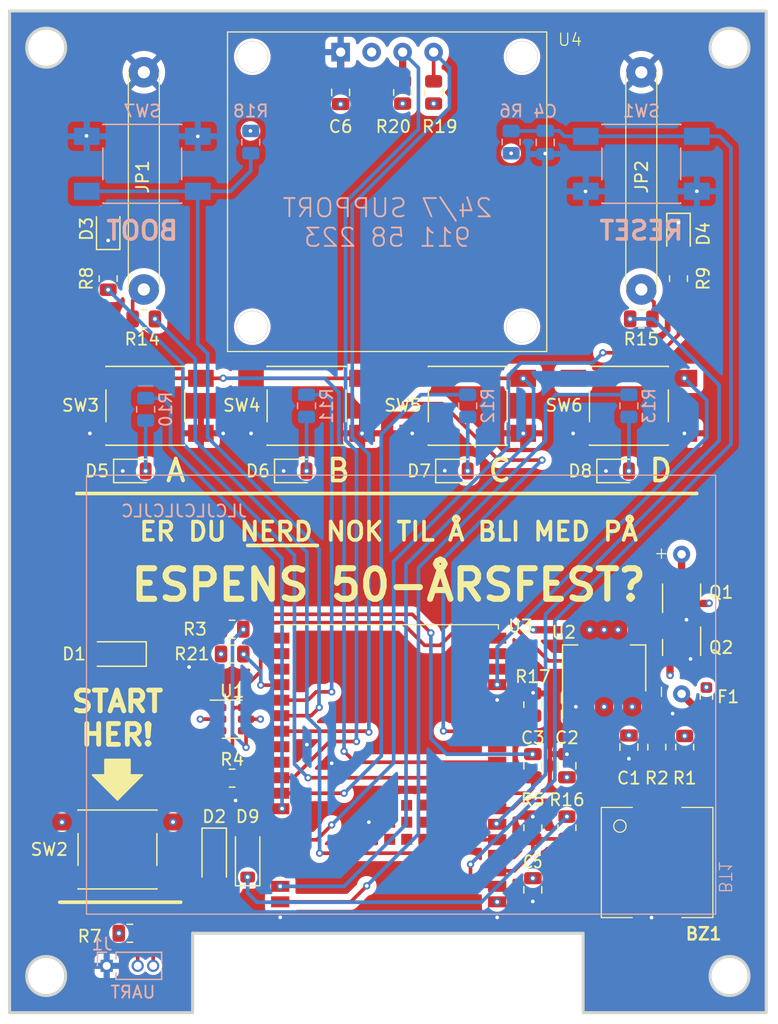
<source format=kicad_pcb>
(kicad_pcb (version 20221018) (generator pcbnew)
  (layers (0 "F.Cu" signal) (1 "In1.Cu" signal) (2 "In2.Cu" signal) (31 "B.Cu" signal) (34 "B.Paste" user) (35 "F.Paste" user) (36 "B.SilkS" user "B.Silkscreen") (37 "F.SilkS" user "F.Silkscreen") (38 "B.Mask" user) (39 "F.Mask" user) (44 "Edge.Cuts" user))
  (property "PCB_SERIAL" "Y7-3165818C")
  (net 0 "")
  (net 1 "+VDC")
  (net 2 "-VDC")
  (net 3 "Net-(BZ1--)")
  (net 4 "GND")
  (net 5 "+3.3V")
  (net 6 "Net-(BT1-+)")
  (net 7 "Net-(BT1--)")
  (net 8 "Net-(U3-IO33)")
  (net 9 "Net-(U3-EN)")
  (net 10 "Net-(D1-K)")
  (net 11 "Net-(D1-A)")
  (net 12 "Net-(D2-A)")
  (net 13 "Net-(D3-A)")
  (net 14 "Net-(D4-A)")
  (net 15 "Net-(D5-A)")
  (net 16 "Net-(D6-A)")
  (net 17 "Net-(D2-K)")
  (net 18 "Net-(D7-A)")
  (net 19 "Net-(J1-Pin_3)")
  (net 20 "Net-(J1-Pin_4)")
  (net 21 "Net-(JP1-B)")
  (net 22 "Net-(JP2-B)")
  (net 23 "Net-(D8-A)")
  (net 24 "Net-(D9-K)")
  (net 25 "Net-(Q2-G)")
  (net 26 "Net-(R2-Pad2)")
  (net 27 "Net-(R3-Pad2)")
  (net 28 "Net-(U3-I36)")
  (net 29 "Net-(U3-IO25)")
  (net 30 "Net-(U3-IO21)")
  (net 31 "Net-(U3-IO19)")
  (net 32 "Net-(U3-IO2)")
  (net 33 "Net-(U3-IO18)")
  (net 34 "Net-(U3-IO23)")
  (net 35 "Net-(U3-I34)")
  (net 36 "Net-(U3-I35)")
  (net 37 "Net-(U3-IO12)")
  (net 38 "Net-(U3-IO0)")
  (net 39 "Net-(U3-IO4)")
  (net 40 "Net-(U3-IO5)")
  (net 41 "Net-(U3-IO15)")
  (net 42 "Net-(U3-IO26)")
  (net 43 "Net-(U3-IO14)")
  (net 44 "Net-(U3-IO22)")
  (net 45 "Net-(U3-IO13)")
  (footprint "Resistor_SMD:R_0805_2012Metric" (layer "F.Cu") (at 152.4 74.93 180)
    (fp_text reference "R15")
    (fp_text value "2k4" hide)
  )
  (footprint "LED_SMD:LED_0805_2012Metric" (layer "F.Cu") (at 137.2362 87.376)
    (fp_text reference "D7")
    (fp_text value "BLUE [C]" hide)
  )
  (footprint "Resistor_SMD:R_0805_2012Metric" (layer "F.Cu") (at 111.633 74.93)
    (fp_text reference "R14")
    (fp_text value "2k4" hide)
  )
  (footprint "Resistor_SMD:R_0805_2012Metric" (layer "F.Cu") (at 146.304 116.586 90)
    (fp_text reference "R16")
    (fp_text value "560" hide)
  )
  (footprint "LED_SMD:LED_0805_2012Metric" (layer "F.Cu") (at 124.0282 87.376)
    (fp_text reference "D6")
    (fp_text value "BLUE [B]" hide)
  )
  (footprint "LED_SMD:LED_0805_2012Metric" (layer "F.Cu") (at 108.712 67.564 90)
    (fp_text reference "D3")
    (fp_text value "RED" hide)
  )
  (footprint "Display_espena:OLED_SSD1306_128x64" (layer "F.Cu") (at 127.762 53.086)
    (fp_text reference "U4")
    (fp_text value "0.96\" OLED")
    (fp_circle (center -7.239 0.381) (end -6.477 1.397) (stroke (width 0.05)) (fill none) (layer "Edge.Cuts"))
    (fp_circle (center -7.239 22.479) (end -6.477 23.495) (stroke (width 0.05)) (fill none) (layer "Edge.Cuts"))
    (fp_circle (center 14.859 0.381) (end 15.621 1.397) (stroke (width 0.05)) (fill none) (layer "Edge.Cuts"))
    (fp_circle (center 14.859 22.479) (end 15.621 23.495) (stroke (width 0.05)) (fill none) (layer "Edge.Cuts"))
  )
  (footprint "LED_SMD:LED_0805_2012Metric" (layer "F.Cu") (at 155.448 67.9685 -90)
    (fp_text reference "D4")
    (fp_text value "GREEN")
  )
  (footprint "Resistor_SMD:R_0805_2012Metric" (layer "F.Cu") (at 143.51 116.586 90)
    (fp_text reference "R5")
    (fp_text value "1k" hide)
  )
  (footprint "Resistor_SMD:R_0805_2012Metric" (layer "F.Cu") (at 155.956 109.982 90)
    (fp_text reference "R1")
    (fp_text value "1M" hide)
  )
  (footprint "Capacitor_SMD:C_0805_2012Metric" (layer "F.Cu") (at 146.304 111.506 90)
    (fp_text reference "C2")
    (fp_text value "100nF" hide)
  )
  (footprint "Fuse:Fuse_0603_1608Metric" (layer "F.Cu") (at 157.734 105.8926 90)
    (fp_text reference "F1")
    (fp_text value "2A" hide)
  )
  (footprint "RF_Module_espena:ESP32-WROVER-B" (layer "F.Cu") (at 140.589 123.921 90)
    (fp_text reference "U3")
    (fp_text value "WROVER-B/E" hide)
  )
  (footprint "Diode_SMD:D_SOD-123" (layer "F.Cu") (at 109.474 102.362 180)
    (fp_text reference "D1")
    (fp_text value "BAT54W" hide)
  )
  (footprint "LED_SMD:LED_0805_2012Metric" (layer "F.Cu") (at 110.8456 87.376)
    (fp_text reference "D5")
    (fp_text value "BLUE [A]" hide)
  )
  (footprint "Diode_SMD:D_SOD-123" (layer "F.Cu") (at 117.3988 118.9736 -90)
    (fp_text reference "D2")
    (fp_text value "BAT54W" hide)
  )
  (footprint "Transducer_espena:TP094003_Transducer_9x9mm" (layer "F.Cu") (at 153.6954 114.9223)
    (fp_text reference "BZ1")
    (fp_text value "Piezo" hide)
  )
  (footprint "Jumper_espena:Wire_Jumper_17.78mm_red" (layer "F.Cu") (at 111.633 54.737 -90)
    (fp_text reference "JP1")
    (fp_text value "RED WIRE")
  )
  (footprint "Resistor_SMD:R_0805_2012Metric" (layer "F.Cu") (at 135.382 56.388 90)
    (fp_text reference "R19")
    (fp_text value "2k4" hide)
  )
  (footprint "Resistor_SMD:R_0805_2012Metric" (layer "F.Cu") (at 110.49 125.222 180)
    (fp_text reference "R7")
    (fp_text value "10k" hide)
  )
  (footprint "Resistor_SMD:R_0805_2012Metric" (layer "F.Cu") (at 132.842 56.388 90)
    (fp_text reference "R20")
    (fp_text value "2k4" hide)
  )
  (footprint "Resistor_SMD:R_0805_2012Metric" (layer "F.Cu") (at 118.872 102.362)
    (fp_text reference "R21")
    (fp_text value "4k7" hide)
  )
  (footprint "Jumper_espena:Wire_Jumper_17.78mm_green" (layer "F.Cu") (at 152.4 54.737 -90)
    (fp_text reference "JP2")
    (fp_text value "GREEN WIRE")
  )
  (footprint "Capacitor_SMD:C_0805_2012Metric" (layer "F.Cu") (at 127.762 56.388 90)
    (fp_text reference "C6")
    (fp_text value "C_Decoupling" hide)
  )
  (footprint "Resistor_SMD:R_0805_2012Metric" (layer "F.Cu") (at 108.712 71.628 -90)
    (fp_text reference "R8")
    (fp_text value "100" hide)
  )
  (footprint "Resistor_SMD:R_0805_2012Metric" (layer "F.Cu") (at 153.67 109.982 90)
    (fp_text reference "R2")
    (fp_text value "1k" hide)
  )
  (footprint "Button_Switch_SMD_espena:SW_SPST_TL3301_6x6mm_H4.3mm" (layer "F.Cu") (at 138.176 82.042)
    (fp_text reference "SW5")
    (fp_text value "[C]" hide)
  )
  (footprint "Button_Switch_SMD_espena:SW_SPST_TL3301_6x6mm_H4.3mm" (layer "F.Cu") (at 151.384 82.042)
    (fp_text reference "SW6")
    (fp_text value "[D]" hide)
  )
  (footprint "Resistor_SMD:R_0805_2012Metric" (layer "F.Cu") (at 155.448 71.628 -90)
    (fp_text reference "R9")
    (fp_text value "100")
  )
  (footprint "Capacitor_SMD:C_0805_2012Metric" (layer "F.Cu") (at 143.51 121.666 -90)
    (fp_text reference "C5")
    (fp_text value "C_Decoupling" hide)
  )
  (footprint "Package_TO_SOT_SMD:SOT-223-3_TabPin2" (layer "F.Cu") (at 149.352 103.53 90)
    (fp_text reference "U2")
    (fp_text value "TC2117-3.3VDBTR" hide)
  )
  (footprint "Button_Switch_SMD_espena:SW_SPST_TL3301_6x6mm_H4.3mm" (layer "F.Cu") (at 109.474 118.364 180)
    (fp_text reference "SW2")
    (fp_text value "START" hide)
  )
  (footprint "Package_TO_SOT_SMD:SOT-23" (layer "F.Cu") (at 155.702 101.8286 -90)
    (fp_text reference "Q2")
    (fp_text value "BSH103BKR" hide)
  )
  (footprint "LED_SMD:LED_0805_2012Metric" (layer "F.Cu") (at 150.4442 87.376)
    (fp_text reference "D8")
    (fp_text value "BLUE [D]" hide)
  )
  (footprint "Resistor_SMD:R_0805_2012Metric" (layer "F.Cu") (at 118.872 100.33)
    (fp_text reference "R3")
    (fp_text value "10k" hide)
  )
  (footprint "Package_TO_SOT_SMD:SOT-23-6" (layer "F.Cu") (at 118.872 107.696)
    (fp_text reference "U1")
    (fp_text value "74LVC2G14" hide)
  )
  (footprint "Resistor_SMD:R_0805_2012Metric" (layer "F.Cu") (at 118.872 112.522)
    (fp_text reference "R4")
    (fp_text value "10k" hide)
  )
  (footprint "Button_Switch_SMD_espena:SW_SPST_TL3301_6x6mm_H4.3mm" (layer "F.Cu") (at 111.76 82.042)
    (fp_text reference "SW3")
    (fp_text value "[A]" hide)
  )
  (footprint "Capacitor_SMD:C_0805_2012Metric" (layer "F.Cu") (at 151.384 109.982 -90)
    (fp_text reference "C1")
    (fp_text value "100nF" hide)
  )
  (footprint "Button_Switch_SMD_espena:SW_SPST_TL3301_6x6mm_H4.3mm" (layer "F.Cu") (at 124.968 82.042)
    (fp_text reference "SW4")
    (fp_text value "[B]" hide)
  )
  (footprint "Diode_SMD:D_SOD-123" (layer "F.Cu") (at 120.142 118.9736 90)
    (fp_text reference "D9")
    (fp_text value "BAT54W" hide)
  )
  (footprint "Capacitor_SMD:C_0805_2012Metric" (layer "F.Cu") (at 143.51 111.506 -90)
    (fp_text reference "C3")
    (fp_text value "100nF" hide)
  )
  (footprint "Package_TO_SOT_SMD:SOT-23" (layer "F.Cu") (at 155.702 97.282 90)
    (fp_text reference "Q1")
    (fp_text value "BSH205G2A" hide)
  )
  (footprint "Resistor_SMD:R_0805_2012Metric" (layer "F.Cu") (at 143.51 106.5022 90)
    (fp_text reference "R17")
    (fp_text value "2k4" hide)
  )
  (footprint "Connector_PinHeader_1.27mm_espena:PinHeader_1x04_P1.27mm_Vertical_without_pin2" (layer "B.Cu") (at 108.59 127.889 -90)
    (fp_text reference "J1")
    (fp_text value "UART" hide)
  )
  (footprint "Resistor_SMD:R_0805_2012Metric" (layer "B.Cu") (at 124.968 82.042 90)
    (fp_text reference "R11")
    (fp_text value "100")
  )
  (footprint "Button_Switch_SMD_espena:SW_SPST_TL3301_6x6mm_H4.3mm" (layer "B.Cu") (at 111.506 62.23)
    (fp_text reference "SW7")
    (fp_text value "BOOT")
  )
  (footprint "Resistor_SMD:R_0805_2012Metric" (layer "B.Cu") (at 141.732 60.452 90)
    (fp_text reference "R6")
    (fp_text value "10k" hide)
  )
  (footprint "Resistor_SMD:R_0805_2012Metric" (layer "B.Cu") (at 111.782 82.332 90)
    (fp_text reference "R10")
    (fp_text value "100")
  )
  (footprint "Resistor_SMD:R_0805_2012Metric" (layer "B.Cu") (at 151.384 82.042 90)
    (fp_text reference "R13")
    (fp_text value "100")
  )
  (footprint "Button_Switch_SMD_espena:SW_SPST_TL3301_6x6mm_H4.3mm" (layer "B.Cu") (at 152.4 62.23 180)
    (fp_text reference "SW1")
    (fp_text value "RESET")
  )
  (footprint "Resistor_SMD:R_0805_2012Metric" (layer "B.Cu") (at 120.396 60.452 90)
    (fp_text reference "R18")
    (fp_text value "2k4")
  )
  (footprint "Capacitor_SMD:C_0805_2012Metric" (layer "B.Cu") (at 144.526 60.4774 -90)
    (fp_text reference "C4")
    (fp_text value "1uF" hide)
  )
  (footprint "Battery_espena:BatteryHolder_3xAAA_THT" (layer "B.Cu") (at 155.702 105.6259 90)
    (fp_text reference "BT1")
    (fp_text value "3xAAA Li")
  )
  (footprint "Resistor_SMD:R_0805_2012Metric" (layer "B.Cu") (at 138.176 82.042 90)
    (fp_text reference "R12")
    (fp_text value "100")
  )
  (gr_line (start 120.142 93.472) (end 125.857 93.472) (stroke (width 0.3)) (layer "F.SilkS"))
  (gr_line (start 106.1438 89.219) (end 156.9438 89.219) (stroke (width 0.3)) (layer "F.SilkS"))
  (gr_poly (pts (xy 109.474 114.3) (xy 107.442 112.268) (xy 108.458 112.268) (xy 108.458 110.998) (xy 110.49 110.998) (xy 110.49 112.268) (xy 111.506 112.268)) (stroke (width 0.15)) (fill solid) (layer "F.SilkS"))
  (gr_line (start 104.7468 122.682) (end 114.6528 122.682) (stroke (width 0.3)) (layer "F.SilkS"))
  (gr_line (start 162.632 49.722) (end 162.632 131.722) (stroke (width 0.25)) (layer "Edge.Cuts"))
  (gr_circle (center 103.632 52.722) (end 105.232 52.722) (stroke (width 0.25)) (fill none) (layer "Edge.Cuts"))
  (gr_circle (center 103.632 128.722) (end 105.232 128.722) (stroke (width 0.25)) (fill none) (layer "Edge.Cuts"))
  (gr_circle (center 159.632 52.722) (end 161.232 52.722) (stroke (width 0.25)) (fill none) (layer "Edge.Cuts"))
  (gr_line (start 147.632 125.222) (end 115.632 125.222) (stroke (width 0.25)) (layer "Edge.Cuts"))
  (gr_line (start 115.632 125.222) (end 115.632 131.722) (stroke (width 0.25)) (layer "Edge.Cuts"))
  (gr_line (start 100.632 49.722) (end 162.632 49.722) (stroke (width 0.25)) (layer "Edge.Cuts"))
  (gr_circle (center 159.632 128.722) (end 161.232 128.722) (stroke (width 0.25)) (fill none) (layer "Edge.Cuts"))
  (gr_line (start 147.632 131.722) (end 147.632 125.222) (stroke (width 0.25)) (layer "Edge.Cuts"))
  (gr_line (start 100.632 131.722) (end 100.632 49.722) (stroke (width 0.25)) (layer "Edge.Cuts"))
  (gr_line (start 115.632 131.722) (end 100.632 131.722) (stroke (width 0.25)) (layer "Edge.Cuts"))
  (gr_line (start 162.632 131.722) (end 147.632 131.722) (stroke (width 0.25)) (layer "Edge.Cuts"))
  (gr_text "BOOT" (at 111.506 68.58) (layer "B.SilkS") (effects (font (size 1.5 1.5) (thickness 0.3) bold) (justify bottom mirror)))
  (gr_text "24/7 SUPPORT\n911 58 223" (at 131.5974 69.1388) (layer "B.SilkS") (effects (font (size 1.5 1.5)) (justify bottom mirror)))
  (gr_text "JLCJLCJLCJLC" (at 120.1674 91.2368) (layer "B.SilkS") (effects (font (size 1 1)) (justify left bottom mirror)))
  (gr_text "RESET" (at 152.4 68.58) (layer "B.SilkS") (effects (font (size 1.5 1.5) (thickness 0.3) bold) (justify bottom mirror)))
  (gr_text "ESPENS 50-ÅRSFEST?" (at 131.699 98.171) (layer "F.SilkS") (effects (font (size 2.5 2.5) (thickness 0.5)) (justify bottom)))
  (gr_text "D" (at 152.908 88.392) (layer "F.SilkS") (effects (font (size 1.8 1.8) (thickness 0.3) bold) (justify left bottom)))
  (gr_text "B" (at 126.492 88.392) (layer "F.SilkS") (effects (font (size 1.8 1.8) (thickness 0.3) bold) (justify left bottom)))
  (gr_text "C" (at 139.7 88.392) (layer "F.SilkS") (effects (font (size 1.8 1.8) (thickness 0.3) bold) (justify left bottom)))
  (gr_text "ER DU NERD NOK TIL Å BLI MED PÅ" (at 131.699 93.218) (layer "F.SilkS") (effects (font (size 1.5 1.5) (thickness 0.3) bold) (justify bottom)))
  (gr_text "A" (at 113.284 88.392) (layer "F.SilkS") (effects (font (size 1.8 1.8) (thickness 0.3) bold) (justify left bottom)))
  (gr_text "START\nHER!" (at 109.474 109.982) (layer "F.SilkS") (effects (font (size 1.7 1.7) (thickness 0.4) bold) (justify bottom)))
  (segment (start 157.9626 98.1964) (end 157.9395 98.2195) (width 0.3) (layer "F.Cu") (net 1))
  (segment (start 157.9395 98.2195) (end 156.652 98.2195) (width 0.6) (layer "F.Cu") (net 1))
  (segment (start 120.0095 107.696) (end 121.1834 107.696) (width 0.3) (layer "F.Cu") (net 1))
  (via (at 157.9626 98.1964) (size 0.6) (drill 0.3) (layers "F.Cu" "B.Cu") (net 1))
  (via (at 114.024 116.114) (size 0.6) (drill 0.3) (layers "F.Cu" "B.Cu") (net 1))
  (via (at 104.9274 116.1288) (size 0.6) (drill 0.3) (layers "F.Cu" "B.Cu") (net 1))
  (via (at 151.652 106.68) (size 0.6) (drill 0.3) (layers "F.Cu" "B.Cu") (net 1))
  (via (at 121.1834 107.696) (size 0.6) (drill 0.3) (layers "F.Cu" "B.Cu") (net 1))
  (via (at 151.384 109.0168) (size 0.6) (drill 0.3) (layers "F.Cu" "B.Cu") (net 1))
  (segment (start 117.7345 107.696) (end 116.2558 107.696) (width 0.3) (layer "F.Cu") (net 2))
  (segment (start 154.752 100.8911) (end 154.752 104.1044) (width 0.6) (layer "F.Cu") (net 2))
  (segment (start 154.752 100.8911) (end 154.752 98.2195) (width 0.6) (layer "F.Cu") (net 2))
  (segment (start 154.752 104.1044) (end 154.7622 104.1146) (width 0.6) (layer "F.Cu") (net 2))
  (via (at 155.956 109.0695) (size 0.6) (drill 0.3) (layers "F.Cu" "B.Cu") (net 2))
  (via (at 154.7622 104.1146) (size 0.6) (drill 0.3) (layers "F.Cu" "B.Cu") (net 2))
  (via (at 116.2558 107.696) (size 0.6) (drill 0.3) (layers "F.Cu" "B.Cu") (net 2))
  (via (at 157.734 105.0798) (size 0.6) (drill 0.3) (layers "F.Cu" "B.Cu") (net 2))
  (segment (start 151.0665 114.9223) (end 153.6954 114.9223) (width 0.3) (layer "F.Cu") (net 3))
  (segment (start 141.8392 115.031) (end 142.5194 114.3508) (width 0.3) (layer "F.Cu") (net 3))
  (segment (start 140.589 115.031) (end 141.8392 115.031) (width 0.3) (layer "F.Cu") (net 3))
  (segment (start 142.5194 114.3508) (end 150.495 114.3508) (width 0.3) (layer "F.Cu") (net 3))
  (segment (start 150.495 114.3508) (end 151.0665 114.9223) (width 0.3) (layer "F.Cu") (net 3))
  (segment (start 155.7043 102.7684) (end 155.702 102.7661) (width 0.6) (layer "F.Cu") (net 4))
  (segment (start 156.4386 102.7684) (end 155.7043 102.7684) (width 0.6) (layer "F.Cu") (net 4))
  (segment (start 155.702 99.953183) (end 156.099883 99.5553) (width 0.6) (layer "F.Cu") (net 4))
  (segment (start 116.31 84.292) (end 118.1248 84.292) (width 0.3) (layer "F.Cu") (net 4))
  (segment (start 155.702 102.7661) (end 155.702 99.953183) (width 0.6) (layer "F.Cu") (net 4))
  (segment (start 127.762 53.086) (end 127.762 55.438) (width 0.6) (layer "F.Cu") (net 4))
  (segment (start 118.1248 84.292) (end 118.1354 84.3026) (width 0.3) (layer "F.Cu") (net 4))
  (via (at 123.0884 87.376) (size 0.6) (drill 0.3) (layers "F.Cu" "B.Cu") (net 4))
  (via (at 140.589 106.1212) (size 0.6) (drill 0.3) (layers "F.Cu" "B.Cu") (net 4))
  (via (at 156.4386 102.7684) (size 0.6) (drill 0.3) (layers "F.Cu" "B.Cu") (net 4))
  (via (at 155.9306 84.3026) (size 0.6) (drill 0.3) (layers "F.Cu" "B.Cu") (net 4))
  (via (at 130.0734 116.1288) (size 0.6) (drill 0.3) (layers "F.Cu" "B.Cu") (net 4))
  (via (at 153.2382 123.9393) (size 0.6) (drill 0.3) (layers "F.Cu" "B.Cu") (net 4))
  (via (at 147.828 64.4906) (size 0.6) (drill 0.3) (layers "F.Cu" "B.Cu") (net 4))
  (via (at 144.526 61.3918) (size 0.6) (drill 0.3) (layers "F.Cu" "B.Cu") (net 4))
  (via (at 149.5044 87.376) (size 0.6) (drill 0.3) (layers "F.Cu" "B.Cu") (net 4))
  (via (at 143.5354 105.537) (size 0.6) (drill 0.3) (layers "F.Cu" "B.Cu") (net 4))
  (via (at 140.589 123.9266) (size 0.6) (drill 0.3) (layers "F.Cu" "B.Cu") (net 4))
  (via (at 147.0406 106.68) (size 0.6) (drill 0.3) (layers "F.Cu" "B.Cu") (net 4))
  (via (at 133.6294 84.3026) (size 0.6) (drill 0.3) (layers "F.Cu" "B.Cu") (net 4))
  (via (at 143.51 115.6735) (size 0.6) (drill 0.3) (layers "F.Cu" "B.Cu") (net 4))
  (via (at 151.384 110.932) (size 0.6) (drill 0.3) (layers "F.Cu" "B.Cu") (net 4))
  (via (at 129.5146 84.3026) (size 0.6) (drill 0.3) (layers "F.Cu" "B.Cu") (net 4))
  (via (at 136.2964 87.3506) (size 0.6) (drill 0.3) (layers "F.Cu" "B.Cu") (net 4))
  (via (at 106.934 59.944) (size 0.6) (drill 0.3) (layers "F.Cu" "B.Cu") (net 4))
  (via (at 120.4214 84.3026) (size 0.6) (drill 0.3) (layers "F.Cu" "B.Cu") (net 4))
  (via (at 154.9654 107.2388) (size 0.6) (drill 0.3) (layers "F.Cu" "B.Cu") (net 4))
  (via (at 119.1514 114.3508) (size 0.6) (drill 0.3) (layers "F.Cu" "B.Cu") (net 4))
  (via (at 108.712 68.5015) (size 0.6) (drill 0.3) (layers "F.Cu" "B.Cu") (net 4))
  (via (at 116.056 59.98) (size 0.6) (drill 0.3) (layers "F.Cu" "B.Cu") (net 4))
  (via (at 156.099883 99.5553) (size 0.6) (drill 0.3) (layers "F.Cu" "B.Cu") (net 4))
  (via (at 143.51 122.616) (size 0.6) (drill 0.3) (layers "F.Cu" "B.Cu") (net 4))
  (via (at 127.0254 111.3028) (size 0.6) (drill 0.3) (layers "F.Cu" "B.Cu") (net 4))
  (via (at 115.3414 103.4288) (size 0.6) (drill 0.3) (layers "F.Cu" "B.Cu") (net 4))
  (via (at 109.9058 87.376) (size 0.6) (drill 0.3) (layers "F.Cu" "B.Cu") (net 4))
  (via (at 146.304 110.5662) (size 0.6) (drill 0.3) (layers "F.Cu" "B.Cu") (net 4))
  (via (at 156.95 64.48) (size 0.6) (drill 0.3) (layers "F.Cu" "B.Cu") (net 4))
  (via (at 107.2134 84.3026) (size 0.6) (drill 0.3) (layers "F.Cu" "B.Cu") (net 4))
  (via (at 122.809 123.921) (size 0.6) (drill 0.3) (layers "F.Cu" "B.Cu") (net 4))
  (via (at 155.448 67.0306) (size 0.6) (drill 0.3) (layers "F.Cu" "B.Cu") (net 4))
  (via (at 118.1354 84.3026) (size 0.6) (drill 0.3) (layers "F.Cu" "B.Cu") (net 4))
  (via (at 142.7226 84.3026) (size 0.6) (drill 0.3) (layers "F.Cu" "B.Cu") (net 4))
  (via (at 146.812 84.3026) (size 0.6) (drill 0.3) (layers "F.Cu" "B.Cu") (net 4))
  (via (at 124.9934 109.7788) (size 0.6) (drill 0.3) (layers "F.Cu" "B.Cu") (net 4))
  (segment (start 143.5362 100.38) (end 143.5354 100.3808) (width 0.6) (layer "F.Cu") (net 5))
  (segment (start 149.352 100.38) (end 143.5362 100.38) (width 0.6) (layer "F.Cu") (net 5))
  (via (at 149.352 100.38) (size 0.6) (drill 0.3) (layers "F.Cu" "B.Cu") (net 5))
  (via (at 143.51 120.716) (size 0.6) (drill 0.3) (layers "F.Cu" "B.Cu") (net 5))
  (via (at 117.9595 102.362) (size 0.6) (drill 0.3) (layers "F.Cu" "B.Cu") (net 5))
  (via (at 148.1836 100.3808) (size 0.6) (drill 0.3) (layers "F.Cu" "B.Cu") (net 5))
  (via (at 127.762 57.3532) (size 0.6) (drill 0.3) (layers "F.Cu" "B.Cu") (net 5))
  (via (at 146.304 112.456) (size 0.6) (drill 0.3) (layers "F.Cu" "B.Cu") (net 5))
  (via (at 132.842 57.3005) (size 0.6) (drill 0.3) (layers "F.Cu" "B.Cu") (net 5))
  (via (at 109.5895 125.222) (size 0.6) (drill 0.3) (layers "F.Cu" "B.Cu") (net 5))
  (via (at 141.732 61.3664) (size 0.6) (drill 0.3) (layers "F.Cu" "B.Cu") (net 5))
  (via (at 150.495 100.3808) (size 0.6) (drill 0.3) (layers "F.Cu" "B.Cu") (net 5))
  (via (at 120.3706 59.5376) (size 0.6) (drill 0.3) (layers "F.Cu" "B.Cu") (net 5))
  (via (at 143.5354 100.3808) (size 0.6) (drill 0.3) (layers "F.Cu" "B.Cu") (net 5))
  (via (at 140.589 122.6566) (size 0.6) (drill 0.3) (layers "F.Cu" "B.Cu") (net 5))
  (via (at 135.382 57.3005) (size 0.6) (drill 0.3) (layers "F.Cu" "B.Cu") (net 5))
  (via (at 149.352 106.68) (size 0.6) (drill 0.3) (layers "F.Cu" "B.Cu") (net 5))
  (segment (start 155.702 96.3445) (end 155.702 94.1959) (width 0.6) (layer "F.Cu") (net 6))
  (segment (start 157.734 106.6801) (end 156.7562 106.6801) (width 0.6) (layer "F.Cu") (net 7))
  (segment (start 156.7562 106.6801) (end 155.702 105.6259) (width 0.6) (layer "F.Cu") (net 7))
  (segment (start 143.51 113.3602) (end 143.51 112.456) (width 0.3) (layer "F.Cu") (net 8))
  (segment (start 140.589 113.761) (end 143.1092 113.761) (width 0.3) (layer "F.Cu") (net 8))
  (segment (start 143.1092 113.761) (end 143.51 113.3602) (width 0.3) (layer "F.Cu") (net 8))
  (segment (start 138.4046 120.7262) (end 139.0594 121.381) (width 0.3) (layer "F.Cu") (net 9))
  (segment (start 139.0594 121.381) (end 140.589 121.381) (width 0.3) (layer "F.Cu") (net 9))
  (segment (start 138.4046 119.577524) (end 138.4046 120.7262) (width 0.3) (layer "F.Cu") (net 9))
  (via (at 138.4046 119.577524) (size 0.6) (drill 0.3) (layers "F.Cu" "B.Cu") (net 9))
  (segment (start 145.3134 99.6188) (end 159.7406 85.1916) (width 0.3) (layer "B.Cu") (net 9))
  (segment (start 144.5139 59.5395) (end 144.526 59.5274) (width 0.3) (layer "B.Cu") (net 9))
  (segment (start 159.7406 85.1916) (end 159.7406 60.9092) (width 0.3) (layer "B.Cu") (net 9))
  (segment (start 144.526 59.5274) (end 145.6588 59.5274) (width 0.3) (layer "B.Cu") (net 9))
  (segment (start 145.3134 112.668724) (end 145.3134 99.6188) (width 0.3) (layer "B.Cu") (net 9))
  (segment (start 158.8114 59.98) (end 156.95 59.98) (width 0.3) (layer "B.Cu") (net 9))
  (segment (start 138.4046 119.577524) (end 145.3134 112.668724) (width 0.3) (layer "B.Cu") (net 9))
  (segment (start 147.85 59.98) (end 156.95 59.98) (width 0.3) (layer "B.Cu") (net 9))
  (segment (start 159.7406 60.9092) (end 158.8114 59.98) (width 0.3) (layer "B.Cu") (net 9))
  (segment (start 146.1114 59.98) (end 147.85 59.98) (width 0.3) (layer "B.Cu") (net 9))
  (segment (start 145.6588 59.5274) (end 146.1114 59.98) (width 0.3) (layer "B.Cu") (net 9))
  (segment (start 141.732 59.5395) (end 144.5139 59.5395) (width 0.3) (layer "B.Cu") (net 9))
  (segment (start 114.8588 100.33) (end 117.9595 100.33) (width 0.3) (layer "F.Cu") (net 10))
  (segment (start 111.124 103.9358) (end 111.124 102.362) (width 0.3) (layer "F.Cu") (net 10))
  (segment (start 116.459 104.648) (end 111.8362 104.648) (width 0.3) (layer "F.Cu") (net 10))
  (segment (start 117.7345 106.746) (end 117.7345 105.9235) (width 0.3) (layer "F.Cu") (net 10))
  (segment (start 117.7345 105.9235) (end 116.459 104.648) (width 0.3) (layer "F.Cu") (net 10))
  (segment (start 112.8268 102.362) (end 114.8588 100.33) (width 0.3) (layer "F.Cu") (net 10))
  (segment (start 111.124 102.362) (end 112.8268 102.362) (width 0.3) (layer "F.Cu") (net 10))
  (segment (start 111.8362 104.648) (end 111.124 103.9358) (width 0.3) (layer "F.Cu") (net 10))
  (segment (start 133.6294 99.1108) (end 115.0366 99.1108) (width 0.3) (layer "F.Cu") (net 11))
  (segment (start 113.3094 100.838) (end 109.348 100.838) (width 0.3) (layer "F.Cu") (net 11))
  (segment (start 109.348 100.838) (end 107.824 102.362) (width 0.3) (layer "F.Cu") (net 11))
  (segment (start 135.1534 100.6348) (end 133.6294 99.1108) (width 0.3) (layer "F.Cu") (net 11))
  (segment (start 115.0366 99.1108) (end 113.3094 100.838) (width 0.3) (layer "F.Cu") (net 11))
  (via (at 135.1534 100.6348) (size 0.6) (drill 0.3) (layers "F.Cu" "B.Cu") (net 11))
  (via (at 143.4846 110.5662) (size 0.6) (drill 0.3) (layers "F.Cu" "B.Cu") (net 11))
  (segment (start 136.4488 110.5662) (end 143.4846 110.5662) (width 0.3) (layer "B.Cu") (net 11))
  (segment (start 135.1534 100.6348) (end 135.1534 109.2708) (width 0.3) (layer "B.Cu") (net 11))
  (segment (start 135.1534 109.2708) (end 136.4488 110.5662) (width 0.3) (layer "B.Cu") (net 11))
  (segment (start 104.924 120.614) (end 114.024 120.614) (width 0.3) (layer "F.Cu") (net 12))
  (segment (start 114.024 120.614) (end 117.3892 120.614) (width 0.3) (layer "F.Cu") (net 12))
  (segment (start 119.3048 118.1608) (end 120.142 117.3236) (width 0.3) (layer "F.Cu") (net 12))
  (segment (start 118.8974 118.1608) (end 119.3048 118.1608) (width 0.3) (layer "F.Cu") (net 12))
  (segment (start 117.3988 120.6236) (end 117.3988 119.6594) (width 0.3) (layer "F.Cu") (net 12))
  (segment (start 117.3988 119.6594) (end 118.8974 118.1608) (width 0.3) (layer "F.Cu") (net 12))
  (segment (start 117.3892 120.614) (end 117.3988 120.6236) (width 0.3) (layer "F.Cu") (net 12))
  (segment (start 109.7515 70.7155) (end 108.712 70.7155) (width 0.3) (layer "F.Cu") (net 13))
  (segment (start 110.2614 67.056) (end 110.2614 70.2056) (width 0.3) (layer "F.Cu") (net 13))
  (segment (start 108.712 66.6265) (end 109.8319 66.6265) (width 0.3) (layer "F.Cu") (net 13))
  (segment (start 110.2614 70.2056) (end 109.7515 70.7155) (width 0.3) (layer "F.Cu") (net 13))
  (segment (start 109.8319 66.6265) (end 110.2614 67.056) (width 0.3) (layer "F.Cu") (net 13))
  (segment (start 155.448 70.7155) (end 155.448 68.906) (width 0.3) (layer "F.Cu") (net 14))
  (via (at 111.7831 87.376) (size 0.6) (drill 0.3) (layers "F.Cu" "B.Cu") (net 15))
  (segment (start 111.782 87.3749) (end 111.7831 87.376) (width 0.3) (layer "B.Cu") (net 15))
  (segment (start 111.782 83.2445) (end 111.782 87.3749) (width 0.3) (layer "B.Cu") (net 15))
  (via (at 124.968 87.376) (size 0.6) (drill 0.3) (layers "F.Cu" "B.Cu") (net 16))
  (segment (start 124.968 82.9545) (end 124.968 87.376) (width 0.3) (layer "B.Cu") (net 16))
  (segment (start 117.3988 114.7572) (end 117.9576 114.1984) (width 0.3) (layer "F.Cu") (net 17))
  (segment (start 117.7345 110.6479) (end 117.7345 108.646) (width 0.3) (layer "F.Cu") (net 17))
  (segment (start 117.9595 110.8729) (end 117.7345 110.6479) (width 0.3) (layer "F.Cu") (net 17))
  (segment (start 117.9595 112.522) (end 117.9595 110.8729) (width 0.3) (layer "F.Cu") (net 17))
  (segment (start 117.9576 114.1984) (end 117.9576 112.5239) (width 0.3) (layer "F.Cu") (net 17))
  (segment (start 117.3988 114.7572) (end 117.3988 117.3236) (width 0.3) (layer "F.Cu") (net 17))
  (segment (start 117.9576 112.5239) (end 117.9595 112.522) (width 0.3) (layer "F.Cu") (net 17))
  (via (at 138.1737 87.376) (size 0.6) (drill 0.3) (layers "F.Cu" "B.Cu") (net 18))
  (segment (start 138.176 82.9545) (end 138.176 87.3737) (width 0.3) (layer "B.Cu") (net 18))
  (segment (start 138.176 87.3737) (end 138.1737 87.376) (width 0.6) (layer "B.Cu") (net 18))
  (segment (start 108.2294 124.5108) (end 108.2294 126.0348) (width 0.3) (layer "F.Cu") (net 19))
  (segment (start 118.492 119.414728) (end 118.492 121.197472) (width 0.3) (layer "F.Cu") (net 19))
  (segment (start 111.13 127.1066) (end 111.13 127.889) (width 0.3) (layer "F.Cu") (net 19))
  (segment (start 111.887782 122.0812) (end 110.220182 123.7488) (width 0.3) (layer "F.Cu") (net 19))
  (segment (start 110.5662 126.5428) (end 111.13 127.1066) (width 0.3) (layer "F.Cu") (net 19))
  (segment (start 108.2294 126.0348) (end 108.7374 126.5428) (width 0.3) (layer "F.Cu") (net 19))
  (segment (start 110.220182 123.7488) (end 108.9914 123.7488) (width 0.3) (layer "F.Cu") (net 19))
  (segment (start 118.492 121.197472) (end 117.608272 122.0812) (width 0.3) (layer "F.Cu") (net 19))
  (segment (start 108.9914 123.7488) (end 108.2294 124.5108) (width 0.3) (layer "F.Cu") (net 19))
  (segment (start 108.7374 126.5428) (end 110.5662 126.5428) (width 0.3) (layer "F.Cu") (net 19))
  (segment (start 119.065728 118.841) (end 118.492 119.414728) (width 0.3) (layer "F.Cu") (net 19))
  (segment (start 122.809 118.841) (end 119.065728 118.841) (width 0.3) (layer "F.Cu") (net 19))
  (segment (start 117.608272 122.0812) (end 111.887782 122.0812) (width 0.3) (layer "F.Cu") (net 19))
  (segment (start 111.4025 125.222) (end 111.4025 123.3443) (width 0.3) (layer "F.Cu") (net 20))
  (segment (start 119.092 121.446) (end 119.092 119.663256) (width 0.3) (layer "F.Cu") (net 20))
  (segment (start 111.4025 126.1091) (end 112.4 127.1066) (width 0.3) (layer "F.Cu") (net 20))
  (segment (start 111.4025 123.3443) (end 112.1156 122.6312) (width 0.3) (layer "F.Cu") (net 20))
  (segment (start 119.314256 119.441) (end 120.965 119.441) (width 0.3) (layer "F.Cu") (net 20))
  (segment (start 121.635 120.111) (end 122.809 120.111) (width 0.3) (layer "F.Cu") (net 20))
  (segment (start 111.4025 125.222) (end 111.4025 126.1091) (width 0.3) (layer "F.Cu") (net 20))
  (segment (start 112.4 127.1066) (end 112.4 127.889) (width 0.3) (layer "F.Cu") (net 20))
  (segment (start 112.1156 122.6312) (end 117.9068 122.6312) (width 0.3) (layer "F.Cu") (net 20))
  (segment (start 120.965 119.441) (end 121.635 120.111) (width 0.3) (layer "F.Cu") (net 20))
  (segment (start 117.9068 122.6312) (end 119.092 121.446) (width 0.3) (layer "F.Cu") (net 20))
  (segment (start 119.092 119.663256) (end 119.314256 119.441) (width 0.3) (layer "F.Cu") (net 20))
  (segment (start 110.7205 74.93) (end 110.7205 73.4295) (width 0.3) (layer "F.Cu") (net 21))
  (segment (start 110.7205 73.4295) (end 111.633 72.517) (width 0.3) (layer "F.Cu") (net 21))
  (segment (start 153.4414 74.8011) (end 153.4414 73.5584) (width 0.3) (layer "F.Cu") (net 22))
  (segment (start 153.3125 74.93) (end 153.4414 74.8011) (width 0.3) (layer "F.Cu") (net 22))
  (segment (start 153.4414 73.5584) (end 152.4 72.517) (width 0.3) (layer "F.Cu") (net 22))
  (via (at 151.3817 87.376) (size 0.6) (drill 0.3) (layers "F.Cu" "B.Cu") (net 23))
  (segment (start 151.384 82.9545) (end 151.384 87.3737) (width 0.3) (layer "B.Cu") (net 23))
  (segment (start 151.384 87.3737) (end 151.3817 87.376) (width 0.6) (layer "B.Cu") (net 23))
  (via (at 146.304 115.6735) (size 0.6) (drill 0.3) (layers "F.Cu" "B.Cu") (net 24))
  (via (at 120.142 120.6236) (size 0.6) (drill 0.3) (layers "F.Cu" "B.Cu") (net 24))
  (segment (start 139.2936 122.682) (end 146.3021 115.6735) (width 0.3) (layer "B.Cu") (net 24))
  (segment (start 120.904 122.682) (end 139.2936 122.682) (width 0.3) (layer "B.Cu") (net 24))
  (segment (start 120.142 120.6236) (end 120.142 121.92) (width 0.3) (layer "B.Cu") (net 24))
  (segment (start 120.142 121.92) (end 120.904 122.682) (width 0.3) (layer "B.Cu") (net 24))
  (segment (start 146.3021 115.6735) (end 146.304 115.6735) (width 0.3) (layer "B.Cu") (net 24))
  (segment (start 158.1427 100.8911) (end 156.652 100.8911) (width 0.3) (layer "F.Cu") (net 25))
  (segment (start 158.659 110.3778) (end 158.659 101.4074) (width 0.3) (layer "F.Cu") (net 25))
  (segment (start 153.67 110.8945) (end 155.956 110.8945) (width 0.3) (layer "F.Cu") (net 25))
  (segment (start 158.659 101.4074) (end 158.1427 100.8911) (width 0.3) (layer "F.Cu") (net 25))
  (segment (start 158.1423 110.8945) (end 158.659 110.3778) (width 0.3) (layer "F.Cu") (net 25))
  (segment (start 155.956 110.8945) (end 158.1423 110.8945) (width 0.3) (layer "F.Cu") (net 25))
  (segment (start 144.8054 102.9208) (end 151.13 102.9208) (width 0.3) (layer "F.Cu") (net 26))
  (segment (start 119.7845 111.0977) (end 118.897 110.2102) (width 0.3) (layer "F.Cu") (net 26))
  (segment (start 121.2088 100.3554) (end 121.7676 99.7966) (width 0.3) (layer "F.Cu") (net 26))
  (segment (start 137.7696 99.7966) (end 141.6812 99.7966) (width 0.3) (layer "F.Cu") (net 26))
  (segment (start 119.0854 106.746) (end 120.0095 106.746) (width 0.3) (layer "F.Cu") (net 26))
  (segment (start 141.6812 99.7966) (end 144.8054 102.9208) (width 0.3) (layer "F.Cu") (net 26))
  (segment (start 118.897 110.2102) (end 118.897 106.9344) (width 0.3) (layer "F.Cu") (net 26))
  (segment (start 120.0095 104.9837) (end 121.2088 103.7844) (width 0.3) (layer "F.Cu") (net 26))
  (segment (start 134.6454 101.6508) (end 135.9154 101.6508) (width 0.3) (layer "F.Cu") (net 26))
  (segment (start 135.9154 101.6508) (end 137.7696 99.7966) (width 0.3) (layer "F.Cu") (net 26))
  (segment (start 121.7676 99.7966) (end 132.7912 99.7966) (width 0.3) (layer "F.Cu") (net 26))
  (segment (start 153.67 105.4608) (end 153.67 109.0695) (width 0.3) (layer "F.Cu") (net 26))
  (segment (start 118.897 106.9344) (end 119.0854 106.746) (width 0.3) (layer "F.Cu") (net 26))
  (segment (start 119.7845 112.522) (end 119.7845 111.0977) (width 0.3) (layer "F.Cu") (net 26))
  (segment (start 120.0095 106.746) (end 120.0095 104.9837) (width 0.3) (layer "F.Cu") (net 26))
  (segment (start 132.7912 99.7966) (end 134.6454 101.6508) (width 0.3) (layer "F.Cu") (net 26))
  (segment (start 121.2088 103.7844) (end 121.2088 100.3554) (width 0.3) (layer "F.Cu") (net 26))
  (segment (start 151.13 102.9208) (end 153.67 105.4608) (width 0.3) (layer "F.Cu") (net 26))
  (segment (start 120.0095 110.0074) (end 120.0095 108.646) (width 0.3) (layer "F.Cu") (net 27))
  (via (at 120.0095 110.0074) (size 0.6) (drill 0.3) (layers "F.Cu" "B.Cu") (net 27))
  (via (at 119.7864 100.3554) (size 0.6) (drill 0.3) (layers "F.Cu" "B.Cu") (net 27))
  (segment (start 118.8974 101.2444) (end 119.7864 100.3554) (width 0.3) (layer "B.Cu") (net 27))
  (segment (start 120.0095 110.0019) (end 118.8974 108.8898) (width 0.3) (layer "B.Cu") (net 27))
  (segment (start 120.0095 110.0074) (end 120.0095 110.0019) (width 0.3) (layer "B.Cu") (net 27))
  (segment (start 118.8974 108.8898) (end 118.8974 101.2444) (width 0.3) (layer "B.Cu") (net 27))
  (segment (start 141.9916 120.111) (end 143.51 118.5926) (width 0.3) (layer "F.Cu") (net 28))
  (segment (start 140.589 120.111) (end 141.9916 120.111) (width 0.3) (layer "F.Cu") (net 28))
  (segment (start 143.51 117.4985) (end 146.304 117.4985) (width 0.3) (layer "F.Cu") (net 28))
  (segment (start 143.51 118.5926) (end 143.51 117.4985) (width 0.3) (layer "F.Cu") (net 28))
  (segment (start 140.589 112.491) (end 125.1006 112.491) (width 0.3) (layer "F.Cu") (net 29))
  (segment (start 125.1006 112.491) (end 125.095 112.4966) (width 0.3) (layer "F.Cu") (net 29))
  (via (at 108.712 72.5424) (size 0.6) (drill 0.3) (layers "F.Cu" "B.Cu") (net 29))
  (via (at 125.095 112.4966) (size 0.6) (drill 0.3) (layers "F.Cu" "B.Cu") (net 29))
  (segment (start 123.9774 94.2848) (end 114.8334 85.1408) (width 0.3) (layer "B.Cu") (net 29))
  (segment (start 125.095 112.4966) (end 123.9774 111.379) (width 0.3) (layer "B.Cu") (net 29))
  (segment (start 123.9774 111.379) (end 123.9774 94.2848) (width 0.3) (layer "B.Cu") (net 29))
  (segment (start 114.8334 78.6638) (end 108.712 72.5424) (width 0.3) (layer "B.Cu") (net 29))
  (segment (start 114.8334 85.1408) (end 114.8334 78.6638) (width 0.3) (layer "B.Cu") (net 29))
  (segment (start 155.448 72.5405) (end 155.448 76.2254) (width 0.3) (layer "F.Cu") (net 30))
  (segment (start 125.8118 117.571) (end 122.809 117.571) (width 0.3) (layer "F.Cu") (net 30))
  (segment (start 155.448 76.2254) (end 153.9748 77.6986) (width 0.3) (layer "F.Cu") (net 30))
  (segment (start 153.9748 77.6986) (end 149.2504 77.6986) (width 0.3) (layer "F.Cu") (net 30))
  (segment (start 127.0254 116.3574) (end 125.8118 117.571) (width 0.3) (layer "F.Cu") (net 30))
  (via (at 127.0254 116.3574) (size 0.6) (drill 0.3) (layers "F.Cu" "B.Cu") (net 30))
  (via (at 149.2504 77.6986) (size 0.6) (drill 0.3) (layers "F.Cu" "B.Cu") (net 30))
  (segment (start 148.4122 78.5368) (end 149.2504 77.6986) (width 0.3) (layer "B.Cu") (net 30))
  (segment (start 132.1054 94.779076) (end 141.5034 85.381076) (width 0.3) (layer "B.Cu") (net 30))
  (segment (start 141.5034 85.381076) (end 141.5034 79.5528) (width 0.3) (layer "B.Cu") (net 30))
  (segment (start 127.0254 116.3574) (end 132.1054 111.2774) (width 0.3) (layer "B.Cu") (net 30))
  (segment (start 132.1054 111.2774) (end 132.1054 94.779076) (width 0.3) (layer "B.Cu") (net 30))
  (segment (start 142.5194 78.5368) (end 148.4122 78.5368) (width 0.3) (layer "B.Cu") (net 30))
  (segment (start 141.5034 79.5528) (end 142.5194 78.5368) (width 0.3) (layer "B.Cu") (net 30))
  (via (at 122.9614 115.0112) (size 0.6) (drill 0.3) (layers "F.Cu" "B.Cu") (net 31))
  (segment (start 122.9614 94.5388) (end 122.9614 115.0112) (width 0.3) (layer "B.Cu") (net 31))
  (segment (start 113.8174 82.0928) (end 113.8174 85.3948) (width 0.3) (layer "B.Cu") (net 31))
  (segment (start 111.782 81.4195) (end 113.1441 81.4195) (width 0.3) (layer "B.Cu") (net 31))
  (segment (start 113.8174 85.3948) (end 122.9614 94.5388) (width 0.3) (layer "B.Cu") (net 31))
  (segment (start 113.1441 81.4195) (end 113.8174 82.0928) (width 0.3) (layer "B.Cu") (net 31))
  (segment (start 125.7554 105.4608) (end 125.0752 106.141) (width 0.3) (layer "F.Cu") (net 32))
  (segment (start 127.0254 105.4608) (end 125.7554 105.4608) (width 0.3) (layer "F.Cu") (net 32))
  (segment (start 125.0752 106.141) (end 122.809 106.141) (width 0.3) (layer "F.Cu") (net 32))
  (via (at 127.0254 105.4608) (size 0.6) (drill 0.3) (layers "F.Cu" "B.Cu") (net 32))
  (segment (start 127.0254 81.5848) (end 126.5701 81.1295) (width 0.3) (layer "B.Cu") (net 32))
  (segment (start 126.5701 81.1295) (end 124.968 81.1295) (width 0.3) (layer "B.Cu") (net 32))
  (segment (start 127.0254 105.4608) (end 127.0254 81.5848) (width 0.3) (layer "B.Cu") (net 32))
  (segment (start 128.0414 113.761) (end 122.809 113.761) (width 0.3) (layer "F.Cu") (net 33))
  (via (at 128.0414 113.761) (size 0.6) (drill 0.3) (layers "F.Cu" "B.Cu") (net 33))
  (segment (start 131.0894 110.7186) (end 131.0894 84.3788) (width 0.3) (layer "B.Cu") (net 33))
  (segment (start 134.3387 81.1295) (end 138.176 81.1295) (width 0.3) (layer "B.Cu") (net 33))
  (segment (start 131.0894 84.3788) (end 134.3387 81.1295) (width 0.3) (layer "B.Cu") (net 33))
  (segment (start 128.0414 113.761) (end 128.047 113.761) (width 0.3) (layer "B.Cu") (net 33))
  (segment (start 128.047 113.761) (end 131.0894 110.7186) (width 0.3) (layer "B.Cu") (net 33))
  (segment (start 129.90385 121.34405) (end 128.5969 122.651) (width 0.3) (layer "F.Cu") (net 34))
  (segment (start 128.5969 122.651) (end 122.809 122.651) (width 0.3) (layer "F.Cu") (net 34))
  (via (at 129.90385 121.34405) (size 0.6) (drill 0.3) (layers "F.Cu" "B.Cu") (net 34))
  (segment (start 134.1374 95.3008) (end 144.5514 84.8868) (width 0.3) (layer "B.Cu") (net 34))
  (segment (start 129.90385 121.34405) (end 134.1374 117.1105) (width 0.3) (layer "B.Cu") (net 34))
  (segment (start 144.5514 84.8868) (end 144.5514 81.9912) (width 0.3) (layer "B.Cu") (net 34))
  (segment (start 134.1374 117.1105) (end 134.1374 95.3008) (width 0.3) (layer "B.Cu") (net 34))
  (segment (start 144.5514 81.9912) (end 145.4131 81.1295) (width 0.3) (layer "B.Cu") (net 34))
  (segment (start 145.4131 81.1295) (end 151.384 81.1295) (width 0.3) (layer "B.Cu") (net 34))
  (segment (start 137.2672 117.571) (end 140.589 117.571) (width 0.3) (layer "F.Cu") (net 35))
  (segment (start 136.1694 118.6688) (end 137.2672 117.571) (width 0.3) (layer "F.Cu") (net 35))
  (segment (start 126.0348 118.6688) (end 136.1694 118.6688) (width 0.3) (layer "F.Cu") (net 35))
  (via (at 126.0348 118.6688) (size 0.6) (drill 0.3) (layers "F.Cu" "B.Cu") (net 35))
  (via (at 112.5474 74.93) (size 0.6) (drill 0.3) (layers "F.Cu" "B.Cu") (net 35))
  (segment (start 126.0348 108.5342) (end 124.9934 107.4928) (width 0.3) (layer "B.Cu") (net 35))
  (segment (start 126.0348 118.6688) (end 126.0348 108.5342) (width 0.3) (layer "B.Cu") (net 35))
  (segment (start 124.9934 94.0308) (end 115.8494 84.8868) (width 0.3) (layer "B.Cu") (net 35))
  (segment (start 115.8494 84.8868) (end 115.8494 78.232) (width 0.3) (layer "B.Cu") (net 35))
  (segment (start 115.8494 78.232) (end 112.5474 74.93) (width 0.3) (layer "B.Cu") (net 35))
  (segment (start 124.9934 107.4928) (end 124.9934 94.0308) (width 0.3) (layer "B.Cu") (net 35))
  (via (at 151.4856 74.93) (size 0.6) (drill 0.3) (layers "F.Cu" "B.Cu") (net 36))
  (via (at 140.534021 116.246021) (size 0.6) (drill 0.3) (layers "F.Cu" "B.Cu") (net 36))
  (segment (start 151.4856 74.93) (end 153.3652 74.93) (width 0.3) (layer "B.Cu") (net 36))
  (segment (start 144.5514 99.1108) (end 144.5514 112.228642) (width 0.3) (layer "B.Cu") (net 36))
  (segment (start 153.3652 74.93) (end 158.7754 80.3402) (width 0.3) (layer "B.Cu") (net 36))
  (segment (start 158.7754 80.3402) (end 158.7754 84.8868) (width 0.3) (layer "B.Cu") (net 36))
  (segment (start 158.7754 84.8868) (end 144.5514 99.1108) (width 0.3) (layer "B.Cu") (net 36))
  (segment (start 144.5514 112.228642) (end 140.534021 116.246021) (width 0.3) (layer "B.Cu") (net 36))
  (segment (start 143.5063 107.411) (end 143.51 107.4147) (width 0.3) (layer "F.Cu") (net 37))
  (segment (start 140.589 107.411) (end 143.5063 107.411) (width 0.3) (layer "F.Cu") (net 37))
  (segment (start 126.009142 106.741506) (end 125.339648 107.411) (width 0.3) (layer "F.Cu") (net 38))
  (segment (start 125.339648 107.411) (end 122.809 107.411) (width 0.3) (layer "F.Cu") (net 38))
  (via (at 126.009142 106.741506) (size 0.6) (drill 0.3) (layers "F.Cu" "B.Cu") (net 38))
  (segment (start 120.396 62.8142) (end 120.396 61.3645) (width 0.3) (layer "B.Cu") (net 38))
  (segment (start 116.056 64.48) (end 118.7302 64.48) (width 0.3) (layer "B.Cu") (net 38))
  (segment (start 116.056 76.9654) (end 116.056 64.48) (width 0.3) (layer "B.Cu") (net 38))
  (segment (start 125.9928 93.7602) (end 116.8654 84.6328) (width 0.3) (layer "B.Cu") (net 38))
  (segment (start 116.8654 84.6328) (end 116.8654 77.7748) (width 0.3) (layer "B.Cu") (net 38))
  (segment (start 126.009142 106.741506) (end 125.9928 106.725164) (width 0.3) (layer "B.Cu") (net 38))
  (segment (start 118.7302 64.48) (end 120.396 62.8142) (width 0.3) (layer "B.Cu") (net 38))
  (segment (start 116.8654 77.7748) (end 116.056 76.9654) (width 0.3) (layer "B.Cu") (net 38))
  (segment (start 106.956 64.48) (end 116.056 64.48) (width 0.3) (layer "B.Cu") (net 38))
  (segment (start 125.9928 106.725164) (end 125.9928 93.7602) (width 0.3) (layer "B.Cu") (net 38))
  (segment (start 129.9916 108.681) (end 122.809 108.681) (width 0.3) (layer "F.Cu") (net 39))
  (segment (start 135.382 53.086) (end 135.382 55.4736) (width 0.3) (layer "F.Cu") (net 39))
  (segment (start 130.0734 108.7628) (end 129.9916 108.681) (width 0.3) (layer "F.Cu") (net 39))
  (segment (start 135.382 55.4736) (end 135.382 55.4755) (width 0.3) (layer "F.Cu") (net 39))
  (via (at 130.0734 108.7628) (size 0.6) (drill 0.3) (layers "F.Cu" "B.Cu") (net 39))
  (segment (start 130.0734 108.7628) (end 130.0734 85.992771) (width 0.3) (layer "B.Cu") (net 39))
  (segment (start 136.6774 57.6326) (end 136.6774 54.3814) (width 0.3) (layer "B.Cu") (net 39))
  (segment (start 136.6774 54.3814) (end 135.382 53.086) (width 0.3) (layer "B.Cu") (net 39))
  (segment (start 128.7146 84.633971) (end 128.7146 65.5954) (width 0.3) (layer "B.Cu") (net 39))
  (segment (start 130.0734 85.992771) (end 128.7146 84.633971) (width 0.3) (layer "B.Cu") (net 39))
  (segment (start 128.7146 65.5954) (end 136.6774 57.6326) (width 0.3) (layer "B.Cu") (net 39))
  (segment (start 132.842 55.4736) (end 132.842 53.086) (width 0.6) (layer "F.Cu") (net 40))
  (segment (start 132.842 55.4755) (end 132.842 55.4736) (width 0.6) (layer "F.Cu") (net 40))
  (segment (start 123.898518 112.491) (end 122.809 112.491) (width 0.3) (layer "F.Cu") (net 40))
  (segment (start 129.0574 109.5248) (end 126.864718 109.5248) (width 0.3) (layer "F.Cu") (net 40))
  (segment (start 126.864718 109.5248) (end 123.898518 112.491) (width 0.3) (layer "F.Cu") (net 40))
  (via (at 129.0574 109.5248) (size 0.6) (drill 0.3) (layers "F.Cu" "B.Cu") (net 40))
  (segment (start 129.0574 109.5248) (end 129.0574 85.754589) (width 0.3) (layer "B.Cu") (net 40))
  (segment (start 134.1374 55.9308) (end 134.1374 54.3814) (width 0.3) (layer "B.Cu") (net 40))
  (segment (start 134.1374 59.394782) (end 134.1374 55.9308) (width 0.3) (layer "B.Cu") (net 40))
  (segment (start 134.1374 54.3814) (end 132.842 53.086) (width 0.3) (layer "B.Cu") (net 40))
  (segment (start 129.0574 85.754589) (end 128.1646 84.861789) (width 0.3) (layer "B.Cu") (net 40))
  (segment (start 128.1646 84.861789) (end 128.1646 65.367582) (width 0.3) (layer "B.Cu") (net 40))
  (segment (start 128.1646 65.367582) (end 134.1374 59.394782) (width 0.3) (layer "B.Cu") (net 40))
  (segment (start 122.771468 104.908532) (end 122.809 104.871) (width 0.3) (layer "F.Cu") (net 41))
  (segment (start 121.215332 104.908532) (end 122.771468 104.908532) (width 0.3) (layer "F.Cu") (net 41))
  (via (at 119.8118 102.3874) (size 0.6) (drill 0.3) (layers "F.Cu" "B.Cu") (net 41))
  (via (at 121.215332 104.908532) (size 0.6) (drill 0.3) (layers "F.Cu" "B.Cu") (net 41))
  (segment (start 121.215332 104.908532) (end 121.215332 103.790932) (width 0.3) (layer "B.Cu") (net 41))
  (segment (start 121.215332 103.790932) (end 119.8118 102.3874) (width 0.3) (layer "B.Cu") (net 41))
  (segment (start 116.31 79.792) (end 118.1248 79.792) (width 0.3) (layer "F.Cu") (net 42))
  (segment (start 107.21 79.792) (end 116.31 79.792) (width 0.3) (layer "F.Cu") (net 42))
  (segment (start 118.1248 79.792) (end 118.1354 79.7814) (width 0.3) (layer "F.Cu") (net 42))
  (segment (start 128.9381 111.221) (end 140.589 111.221) (width 0.3) (layer "F.Cu") (net 42))
  (segment (start 128.0414 110.3243) (end 128.9381 111.221) (width 0.3) (layer "F.Cu") (net 42))
  (via (at 128.0414 110.3243) (size 0.6) (drill 0.3) (layers "F.Cu" "B.Cu") (net 42))
  (via (at 118.1354 79.7814) (size 0.6) (drill 0.3) (layers "F.Cu" "B.Cu") (net 42))
  (segment (start 128.0414 85.516407) (end 127.6146 85.089606) (width 0.3) (layer "B.Cu") (net 42))
  (segment (start 128.0414 110.3243) (end 128.0414 85.516407) (width 0.3) (layer "B.Cu") (net 42))
  (segment (start 126.4412 79.7814) (end 118.1354 79.7814) (width 0.3) (layer "B.Cu") (net 42))
  (segment (start 127.6146 80.9548) (end 126.4412 79.7814) (width 0.3) (layer "B.Cu") (net 42))
  (segment (start 127.6146 85.089606) (end 127.6146 80.9548) (width 0.3) (layer "B.Cu") (net 42))
  (segment (start 136.0932 81.8642) (end 130.2258 81.8642) (width 0.3) (layer "F.Cu") (net 43))
  (segment (start 129.518 81.1564) (end 129.518 79.792) (width 0.3) (layer "F.Cu") (net 43))
  (segment (start 136.188632 108.667368) (end 136.207864 108.6866) (width 0.3) (layer "F.Cu") (net 43))
  (segment (start 136.207864 108.6866) (end 140.5834 108.6866) (width 0.3) (layer "F.Cu") (net 43))
  (segment (start 140.5834 108.6866) (end 140.589 108.681) (width 0.3) (layer "F.Cu") (net 43))
  (segment (start 144.2623 86.487) (end 140.716 86.487) (width 0.3) (layer "F.Cu") (net 43))
  (segment (start 140.716 86.487) (end 136.0932 81.8642) (width 0.3) (layer "F.Cu") (net 43))
  (segment (start 120.418 79.792) (end 129.518 79.792) (width 0.3) (layer "F.Cu") (net 43))
  (segment (start 130.2258 81.8642) (end 129.518 81.1564) (width 0.3) (layer "F.Cu") (net 43))
  (via (at 136.188632 108.667368) (size 0.6) (drill 0.3) (layers "F.Cu" "B.Cu") (net 43))
  (via (at 144.2623 86.487) (size 0.6) (drill 0.3) (layers "F.Cu" "B.Cu") (net 43))
  (segment (start 144.2466 86.487) (end 144.2623 86.487) (width 0.3) (layer "B.Cu") (net 43))
  (segment (start 136.188632 108.667368) (end 136.1694 108.648136) (width 0.3) (layer "B.Cu") (net 43))
  (segment (start 136.1694 108.648136) (end 136.1694 94.5642) (width 0.3) (layer "B.Cu") (net 43))
  (segment (start 136.1694 94.5642) (end 144.2466 86.487) (width 0.3) (layer "B.Cu") (net 43))
  (segment (start 142.7078 79.792) (end 142.7226 79.8068) (width 0.3) (layer "F.Cu") (net 44))
  (segment (start 133.626 79.792) (end 142.7078 79.792) (width 0.3) (layer "F.Cu") (net 44))
  (via (at 142.7226 79.8068) (size 0.6) (drill 0.3) (layers "F.Cu" "B.Cu") (net 44))
  (via (at 122.809 121.381) (size 0.6) (drill 0.3) (layers "F.Cu" "B.Cu") (net 44))
  (segment (start 128.047 121.381) (end 122.809 121.381) (width 0.3) (layer "B.Cu") (net 44))
  (segment (start 143.5726 80.606) (end 143.5726 84.583971) (width 0.3) (layer "B.Cu") (net 44))
  (segment (start 142.7226 79.8068) (end 142.7734 79.8068) (width 0.3) (layer "B.Cu") (net 44))
  (segment (start 133.1214 116.3066) (end 128.047 121.381) (width 0.3) (layer "B.Cu") (net 44))
  (segment (start 133.1214 95.035171) (end 133.1214 116.3066) (width 0.3) (layer "B.Cu") (net 44))
  (segment (start 142.7734 79.8068) (end 143.5726 80.606) (width 0.3) (layer "B.Cu") (net 44))
  (segment (start 143.5726 84.583971) (end 133.1214 95.035171) (width 0.3) (layer "B.Cu") (net 44))
  (segment (start 146.834 79.792) (end 155.9306 79.7814) (width 0.3) (layer "F.Cu") (net 45))
  (segment (start 155.9306 79.7814) (end 155.934 79.792) (width 0.3) (layer "F.Cu") (net 45))
  (via (at 155.9306 79.7814) (size 0.6) (drill 0.3) (layers "F.Cu" "B.Cu") (net 45))
  (via (at 140.589 104.871) (size 0.6) (drill 0.3) (layers "F.Cu" "B.Cu") (net 45))
  (segment (start 156.9974 80.8228) (end 157.7594 81.5848) (width 0.3) (layer "B.Cu") (net 45))
  (segment (start 155.9306 79.7814) (end 156.972 80.8228) (width 0.3) (layer "B.Cu") (net 45))
  (segment (start 156.972 80.8228) (end 156.9974 80.8228) (width 0.3) (layer "B.Cu") (net 45))
  (segment (start 140.589 101.8032) (end 140.589 104.871) (width 0.3) (layer "B.Cu") (net 45))
  (segment (start 157.7594 84.6328) (end 140.589 101.8032) (width 0.3) (layer "B.Cu") (net 45))
  (segment (start 157.7594 81.5848) (end 157.7594 84.6328) (width 0.3) (layer "B.Cu") (net 45))
  (zone (net 4) (net_name "GND") (layer "F.Cu") (priority 2) (connect_pads (clearance 0.5)) (min_thickness 0.25) (fill yes (thermal_gap 0.5) (thermal_bridge_width 0.5))
    (polygon (pts (xy 99.8474 48.8188) (xy 163.6014 48.8188) (xy 163.6014 132.6388) (xy 99.8474 132.6388)))
  )
  (zone (net 4) (net_name "GND") (layer "B.Cu") (priority 3) (connect_pads (clearance 0.5)) (min_thickness 0.25) (fill yes (thermal_gap 0.5) (thermal_bridge_width 0.5))
    (polygon (pts (xy 99.8474 48.8188) (xy 163.6014 48.8188) (xy 163.6014 132.6388) (xy 99.8474 132.6388)))
  )
)
</source>
